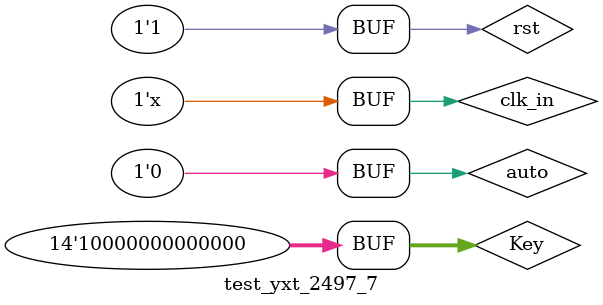
<source format=v>
`timescale 1ns/1ns

module test_yxt_2497_7();

reg          clk_in;
reg          rst;
reg          auto;
reg  [13:0]  Key;

wire        clk_out;
wire        beep;
wire [7:0]  codeout;
wire [6:0]  low;
wire [6:0]  middle;  

yxt_2497_3 play(
						.clk_in(clk_in),
						.rst(rst),
						.auto(auto),
						.Key(Key),
						.clk_out(clk_out),
						.beep(beep),
						.codeout(codeout),
						.low(low),
						.middle(middle)
					  );				
				
initial clk_in = 1;
always # 500 clk_in = ~clk_in; //时钟频率1MHZ

initial
begin
	rst  = 0;
	auto = 0;
	Key  = 14'b0;
	#(1000)
	rst  = 1;
	#(10000*1000);
	repeat(3)      //每次按下按键10ms
	begin
	Key  = 14'b000_0000_000_0001;
	#(10000*1000)               
	Key  = 14'b000_0000_000_0010;
	#(10000*1000)
	Key  = 14'b000_0000_000_0100;
	#(10000*1000)
	Key  = 14'b000_0000_000_1000;
	#(10000*1000)
	Key  = 14'b000_0000_001_0000;
	#(10000*1000)
	Key  = 14'b000_0000_010_0000;
	#(10000*1000)
	Key  = 14'b000_0000_100_0000;
	#(10000*1000)
	Key  = 14'b000_0001_000_0000;
	#(10000*1000)
	Key  = 14'b000_0010_000_0000;
	#(10000*1000)
	Key  = 14'b000_0100_000_0000;
	#(10000*1000)
	Key  = 14'b000_1000_000_0000;
	#(10000*1000)
	Key  = 14'b001_0000_000_0000;
	#(10000*1000)
	Key  = 14'b010_0000_000_0000;
	#(10000*1000)
	Key  = 14'b100_0000_000_0000;
	end
end

endmodule

</source>
